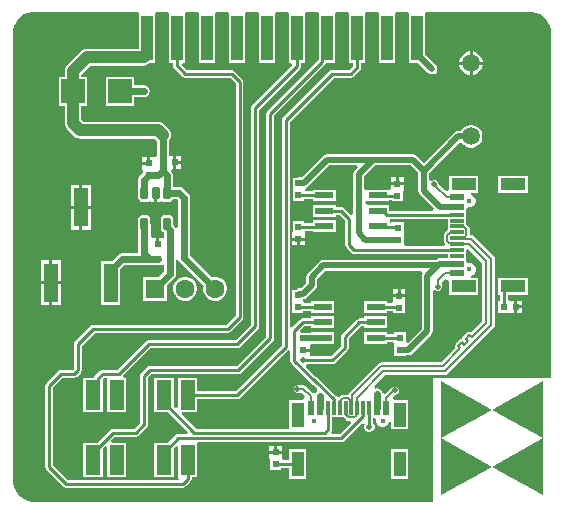
<source format=gtl>
G04*
G04 #@! TF.GenerationSoftware,Altium Limited,Altium Designer,24.10.1 (45)*
G04*
G04 Layer_Physical_Order=1*
G04 Layer_Color=255*
%FSLAX44Y44*%
%MOMM*%
G71*
G04*
G04 #@! TF.SameCoordinates,BF3B0F7F-E1BB-4F91-8F98-76733F7D73F5*
G04*
G04*
G04 #@! TF.FilePolarity,Positive*
G04*
G01*
G75*
%ADD10C,0.2540*%
%ADD12C,0.2500*%
%ADD18R,0.5500X0.5500*%
%ADD19R,1.2446X2.5000*%
%ADD20R,2.0000X2.0000*%
%ADD21R,0.3000X1.1500*%
%ADD22R,0.6000X1.1500*%
%ADD23R,1.1500X0.3000*%
%ADD24R,1.1500X0.6000*%
%ADD25R,0.5500X0.5500*%
%ADD26R,1.0000X3.7000*%
%ADD27R,1.1900X3.3000*%
%ADD28R,1.5000X0.6000*%
G04:AMPARAMS|DCode=29|XSize=0.6mm|YSize=1.1mm|CornerRadius=0.15mm|HoleSize=0mm|Usage=FLASHONLY|Rotation=0.000|XOffset=0mm|YOffset=0mm|HoleType=Round|Shape=RoundedRectangle|*
%AMROUNDEDRECTD29*
21,1,0.6000,0.8000,0,0,0.0*
21,1,0.3000,1.1000,0,0,0.0*
1,1,0.3000,0.1500,-0.4000*
1,1,0.3000,-0.1500,-0.4000*
1,1,0.3000,-0.1500,0.4000*
1,1,0.3000,0.1500,0.4000*
%
%ADD29ROUNDEDRECTD29*%
%ADD46C,0.5000*%
%ADD47C,0.5900*%
%ADD48C,0.6000*%
%ADD49C,0.2040*%
%ADD50C,1.0000*%
%ADD51C,0.1966*%
%ADD52R,1.0000X2.1000*%
%ADD53C,0.4000*%
%ADD54R,2.1000X1.0000*%
%ADD55R,1.6000X1.6000*%
%ADD56C,1.6000*%
%ADD57C,1.5000*%
%ADD58C,0.5000*%
G36*
X457078Y381741D02*
X460247Y380429D01*
X463098Y378524D01*
X465523Y376098D01*
X467429Y373247D01*
X468741Y370078D01*
X469410Y366715D01*
Y365000D01*
Y72000D01*
X370000D01*
Y-32410D01*
X30285D01*
X26922Y-31741D01*
X23753Y-30429D01*
X20902Y-28523D01*
X18476Y-26098D01*
X16571Y-23247D01*
X15259Y-20078D01*
X14590Y-16715D01*
Y-15000D01*
Y365000D01*
Y366715D01*
X15259Y370078D01*
X16571Y373247D01*
X18476Y376098D01*
X20902Y378524D01*
X23753Y380429D01*
X26922Y381741D01*
X30285Y382410D01*
X120151D01*
X120560Y380540D01*
X120560Y380370D01*
Y360462D01*
X120499Y360000D01*
Y351101D01*
X77000D01*
X75162Y350859D01*
X73450Y350149D01*
X71979Y349021D01*
X59979Y337021D01*
X58851Y335550D01*
X58141Y333838D01*
X57899Y332000D01*
Y327040D01*
X52960D01*
Y302960D01*
X57899D01*
Y288000D01*
X58141Y286162D01*
X58851Y284450D01*
X59979Y282979D01*
X65979Y276979D01*
X67450Y275851D01*
X69162Y275141D01*
X71000Y274899D01*
X71000Y274899D01*
X134059D01*
X135781Y273177D01*
Y260695D01*
X134290Y259370D01*
X130270D01*
Y254080D01*
X129000D01*
Y252810D01*
X123710D01*
Y248790D01*
X124210Y248710D01*
Y246397D01*
X121866Y244054D01*
X120752Y242386D01*
X120361Y240420D01*
Y229000D01*
X120391Y228852D01*
Y225000D01*
X120665Y223619D01*
X121448Y222448D01*
X122619Y221665D01*
X124000Y221391D01*
X127000D01*
X128381Y221665D01*
X129552Y222448D01*
X131401Y221543D01*
X131924Y221194D01*
X133500Y220881D01*
X133730D01*
Y229000D01*
X136270D01*
Y220881D01*
X136500D01*
X138076Y221194D01*
X138599Y221543D01*
X140448Y222448D01*
X141619Y221665D01*
X143000Y221391D01*
X146000D01*
X147381Y221665D01*
X148552Y222448D01*
X149335Y223619D01*
X149383Y223861D01*
X152872D01*
X153861Y222871D01*
Y199995D01*
X151828Y199762D01*
X150714Y201429D01*
X149639Y202504D01*
Y203000D01*
X149609Y203148D01*
Y207000D01*
X149335Y208381D01*
X148552Y209552D01*
X147381Y210335D01*
X146000Y210609D01*
X143000D01*
X141619Y210335D01*
X140448Y209552D01*
X139665Y208381D01*
X139391Y207000D01*
Y203148D01*
X139361Y203000D01*
Y200375D01*
X139391Y200228D01*
Y199000D01*
X139665Y197619D01*
X140448Y196448D01*
X141619Y195665D01*
X141941Y195601D01*
Y190790D01*
X138190D01*
Y185500D01*
X135650D01*
Y190790D01*
X131630D01*
X130639Y192419D01*
Y203000D01*
X130609Y203148D01*
Y207000D01*
X130335Y208381D01*
X129552Y209552D01*
X128381Y210335D01*
X127000Y210609D01*
X124000D01*
X122619Y210335D01*
X121448Y209552D01*
X120665Y208381D01*
X120391Y207000D01*
Y203148D01*
X120361Y203000D01*
Y178139D01*
X106450D01*
X104483Y177748D01*
X102816Y176634D01*
X97723Y171540D01*
X89010D01*
Y134460D01*
X104990D01*
Y164273D01*
X108579Y167861D01*
X136920D01*
X136920Y167861D01*
X138673Y168210D01*
X141710D01*
X141941Y166266D01*
Y162708D01*
X137273Y158040D01*
X124460D01*
Y137960D01*
X144540D01*
Y150773D01*
X150714Y156946D01*
X151828Y158614D01*
X152219Y160580D01*
Y172101D01*
X154252Y172333D01*
X155366Y170666D01*
X175567Y150466D01*
X175260Y149322D01*
Y146678D01*
X175944Y144125D01*
X177266Y141835D01*
X179135Y139966D01*
X181425Y138644D01*
X183978Y137960D01*
X186622D01*
X189175Y138644D01*
X191465Y139966D01*
X193334Y141835D01*
X194656Y144125D01*
X195340Y146678D01*
Y149322D01*
X194656Y151875D01*
X193334Y154165D01*
X191465Y156034D01*
X189175Y157356D01*
X186622Y158040D01*
X183978D01*
X182834Y157733D01*
X164139Y176429D01*
Y225000D01*
X163748Y226966D01*
X162634Y228634D01*
X158634Y232634D01*
X156967Y233748D01*
X155000Y234139D01*
X149639D01*
Y244340D01*
X149248Y246306D01*
X148336Y247670D01*
X148927Y249710D01*
X149810D01*
Y255000D01*
Y260290D01*
X146059D01*
Y273213D01*
X147069Y274530D01*
X147779Y276242D01*
X148021Y278080D01*
X147779Y279918D01*
X147069Y281630D01*
X145941Y283101D01*
X142021Y287021D01*
X140550Y288149D01*
X138838Y288859D01*
X137000Y289101D01*
X73941D01*
X72101Y290941D01*
Y302960D01*
X77040D01*
Y327040D01*
X72152D01*
X72122Y329080D01*
X79941Y336899D01*
X125100D01*
X126938Y337141D01*
X128650Y337851D01*
X130121Y338979D01*
X130602Y339460D01*
X134640D01*
Y346039D01*
X134701Y346500D01*
Y360000D01*
X134640Y360462D01*
Y380370D01*
X134640Y380540D01*
X135049Y382410D01*
X145551D01*
X145960Y380540D01*
X145960Y380370D01*
Y339460D01*
X149646D01*
Y337000D01*
X149901Y335716D01*
X150628Y334628D01*
X157628Y327628D01*
X158716Y326901D01*
X160000Y326646D01*
X197902D01*
X202645Y321902D01*
Y125389D01*
X194611Y117354D01*
X82000D01*
X80716Y117099D01*
X79628Y116372D01*
X66628Y103372D01*
X65901Y102284D01*
X65645Y101000D01*
Y80389D01*
X64611Y79355D01*
X55000D01*
X53716Y79099D01*
X52628Y78372D01*
X42628Y68372D01*
X41901Y67284D01*
X41646Y66000D01*
Y-3000D01*
X41901Y-4284D01*
X42628Y-5372D01*
X56628Y-19372D01*
X57716Y-20099D01*
X59000Y-20354D01*
X158000D01*
X159284Y-20099D01*
X160372Y-19372D01*
X164372Y-15372D01*
X165099Y-14284D01*
X165354Y-13000D01*
Y-11544D01*
X170263D01*
Y17536D01*
X172075Y18086D01*
X292093D01*
X293377Y18341D01*
X294465Y19068D01*
X309208Y33811D01*
X311997Y33735D01*
X312151Y33572D01*
X311460Y31903D01*
Y30097D01*
X312151Y28428D01*
X313428Y27151D01*
X315097Y26460D01*
X316903D01*
X318572Y27151D01*
X319849Y28428D01*
X320540Y30097D01*
Y31903D01*
X319849Y33572D01*
X319175Y34246D01*
Y38116D01*
X320194Y38426D01*
X320662Y38133D01*
X321910Y36868D01*
Y35248D01*
X322715Y33303D01*
X324203Y31815D01*
X326148Y31010D01*
X328252D01*
X330196Y31815D01*
X331685Y33303D01*
X332490Y35248D01*
X334460Y35079D01*
Y28760D01*
X348540D01*
Y53840D01*
X337144D01*
X335840Y55340D01*
X336549Y57136D01*
X338365Y58953D01*
X339194Y59118D01*
X340206Y59794D01*
X340882Y60806D01*
X341120Y62000D01*
X340882Y63194D01*
X340206Y64206D01*
X339194Y64882D01*
X338000Y65120D01*
X337000D01*
X335806Y64882D01*
X334794Y64206D01*
X329387Y58799D01*
X329156Y58787D01*
X327224Y59522D01*
X327001Y60647D01*
X325898Y62298D01*
X324247Y63401D01*
X322300Y63788D01*
X320472Y63424D01*
X320346Y63513D01*
X319572Y65409D01*
X329081Y74918D01*
X379866D01*
X381046Y75152D01*
X382046Y75820D01*
X421432Y115207D01*
X422101Y116207D01*
X422335Y117387D01*
Y173206D01*
X422101Y174385D01*
X421432Y175385D01*
X404185Y192633D01*
X403185Y193301D01*
X402006Y193535D01*
X401035D01*
Y198133D01*
X400801Y199313D01*
X400132Y200313D01*
X398083Y202362D01*
X397740Y202591D01*
Y215764D01*
X399436Y216898D01*
X399648Y216810D01*
X401752D01*
X403697Y217615D01*
X405185Y219103D01*
X405990Y221048D01*
Y223152D01*
X405185Y225096D01*
X403697Y226585D01*
X401752Y227390D01*
X401921Y229360D01*
X408240D01*
Y243440D01*
X383160D01*
Y232044D01*
X381660Y230740D01*
X379872Y231540D01*
X375173Y236239D01*
X374772Y236839D01*
X373998Y237613D01*
X373882Y238194D01*
X373206Y239206D01*
X372194Y239883D01*
X371000Y240120D01*
X369806Y239883D01*
X368794Y239206D01*
X368669Y239019D01*
X366629Y239638D01*
Y246083D01*
X391933Y271387D01*
X394359Y271143D01*
X394380Y271128D01*
X396142Y269366D01*
X398318Y268110D01*
X400744Y267460D01*
X403256D01*
X405682Y268110D01*
X407858Y269366D01*
X409634Y271142D01*
X410890Y273318D01*
X411540Y275744D01*
Y278256D01*
X410890Y280682D01*
X409634Y282858D01*
X407858Y284634D01*
X405682Y285890D01*
X403256Y286540D01*
X400744D01*
X398318Y285890D01*
X396142Y284634D01*
X394366Y282858D01*
X393595Y281522D01*
X390894D01*
X390893Y281522D01*
X389122Y281170D01*
X387620Y280167D01*
X387620Y280166D01*
X362000Y254546D01*
X356273Y260273D01*
X354771Y261277D01*
X353000Y261629D01*
X353000Y261629D01*
X280000D01*
X280000Y261629D01*
X278229Y261277D01*
X276727Y260273D01*
X276727Y260273D01*
X258792Y242339D01*
X256263D01*
X256263Y242339D01*
X254491Y241986D01*
X254379Y241911D01*
X250884D01*
Y233791D01*
X250884Y232331D01*
X250884Y230291D01*
Y222171D01*
X260464D01*
Y223546D01*
X268338D01*
Y221840D01*
X287418D01*
Y231920D01*
X268338D01*
Y230295D01*
X262147D01*
X261353Y231081D01*
X261231Y231450D01*
X262481Y233433D01*
X262481Y233433D01*
X263983Y234436D01*
X281917Y252371D01*
X305159D01*
X305940Y250486D01*
X303727Y248273D01*
X302723Y246771D01*
X302371Y245000D01*
X302371Y245000D01*
Y211258D01*
X300331Y210413D01*
X294492Y216252D01*
X293404Y216979D01*
X292120Y217234D01*
X287418D01*
Y218920D01*
X268338D01*
Y208840D01*
X287418D01*
Y210526D01*
X290730D01*
X295646Y205611D01*
Y185000D01*
X295901Y183716D01*
X296628Y182628D01*
X300928Y178328D01*
X302016Y177601D01*
X303300Y177346D01*
X382160D01*
Y173829D01*
X375200D01*
X375200Y173829D01*
X373429Y173477D01*
X372160Y172629D01*
X277000D01*
X277000Y172629D01*
X275229Y172277D01*
X273727Y171273D01*
X273727Y171273D01*
X263727Y161273D01*
X262723Y159771D01*
X262371Y158000D01*
X262371Y158000D01*
Y152917D01*
X257800Y148346D01*
X256530D01*
X254759Y147994D01*
X253569Y147199D01*
X250432D01*
Y139079D01*
X250432Y137619D01*
X250432Y135579D01*
Y127459D01*
X260012D01*
Y128961D01*
X266743D01*
Y127382D01*
X285823D01*
Y137462D01*
X266743D01*
Y135710D01*
X260329D01*
X260012Y137619D01*
X260012Y139147D01*
X261489Y139441D01*
X262990Y140444D01*
X270273Y147727D01*
X270273Y147727D01*
X271277Y149229D01*
X271629Y151000D01*
X271629Y151000D01*
Y156083D01*
X278917Y163371D01*
X360007D01*
X361097Y161331D01*
X360723Y160771D01*
X360371Y159000D01*
X360371Y159000D01*
Y113917D01*
X348793Y102339D01*
X346753Y103184D01*
Y111004D01*
X337173D01*
Y109693D01*
X330823D01*
Y111462D01*
X311743D01*
Y101382D01*
X330823D01*
Y102943D01*
X335731D01*
X337173Y101501D01*
X337173Y99384D01*
Y91264D01*
X346753D01*
Y91425D01*
X349054D01*
X349054Y91425D01*
X350825Y91777D01*
X352327Y92781D01*
X368273Y108727D01*
X368273Y108727D01*
X369277Y110229D01*
X369629Y112000D01*
X369629Y112000D01*
Y146362D01*
X371669Y146981D01*
X371794Y146794D01*
X372806Y146118D01*
X374000Y145880D01*
X375194Y146118D01*
X376206Y146794D01*
X376882Y147806D01*
X377120Y149000D01*
Y153708D01*
X379620Y156208D01*
X381660Y155660D01*
D01*
X383160Y154356D01*
Y142960D01*
X408240D01*
Y157040D01*
X401921D01*
X401752Y159010D01*
X403697Y159815D01*
X405185Y161304D01*
X405990Y163248D01*
Y165352D01*
X405185Y167297D01*
X403697Y168785D01*
X401752Y169590D01*
X399648D01*
X399436Y169502D01*
X397740Y170636D01*
Y181102D01*
X399780Y181947D01*
X411665Y170063D01*
Y120530D01*
X402425Y111290D01*
X401884Y111651D01*
X400705Y111885D01*
X399525Y111651D01*
X398525Y110982D01*
X395339Y107796D01*
X394671Y106796D01*
X394436Y105617D01*
X394332Y105513D01*
X393153Y105278D01*
X392153Y104610D01*
X388967Y101424D01*
X388298Y100424D01*
X388064Y99244D01*
X388298Y98065D01*
X388660Y97524D01*
X376723Y85588D01*
X325938D01*
X324758Y85354D01*
X323758Y84685D01*
X298868Y59795D01*
X298199Y58795D01*
X298068Y58135D01*
X293367D01*
X292187Y57901D01*
X291187Y57232D01*
X290481Y56527D01*
X287996Y56776D01*
X272645Y72128D01*
X271550Y72860D01*
X271109Y72947D01*
X262212Y81844D01*
X262572Y83651D01*
X263046Y84125D01*
X284500D01*
X285791Y84382D01*
X286886Y85114D01*
X297386Y95614D01*
X298118Y96708D01*
X298375Y98000D01*
Y105536D01*
X308886Y116047D01*
X311743D01*
Y114382D01*
X330823D01*
Y124462D01*
X311743D01*
Y122797D01*
X307488D01*
X306196Y122540D01*
X305102Y121808D01*
X292614Y109320D01*
X291882Y108226D01*
X291625Y106934D01*
Y99398D01*
X283102Y90875D01*
X265290D01*
Y94570D01*
X260000D01*
Y97110D01*
X265290D01*
Y99965D01*
X266669Y101309D01*
X267226Y101382D01*
X285823D01*
Y111462D01*
X266743D01*
Y110840D01*
X260211D01*
X259960Y110790D01*
X258448D01*
X257603Y112830D01*
X260820Y116047D01*
X266743D01*
Y114382D01*
X285823D01*
Y124462D01*
X266743D01*
Y122797D01*
X259422D01*
X258130Y122540D01*
X257036Y121808D01*
X250394Y115167D01*
X249266Y115387D01*
X248354Y115926D01*
Y289337D01*
X285663Y326646D01*
X300000D01*
X301284Y326901D01*
X302372Y327628D01*
X307772Y333028D01*
X308499Y334116D01*
X308754Y335400D01*
Y339460D01*
X312440D01*
Y380370D01*
X312440Y380540D01*
X312849Y382410D01*
X323351D01*
X323760Y380540D01*
X323760Y380370D01*
Y339460D01*
X337840D01*
Y380370D01*
X337840Y380540D01*
X338249Y382410D01*
X348751D01*
X349160Y380540D01*
X349160Y380370D01*
Y339460D01*
X356694D01*
X365427Y330727D01*
X366929Y329723D01*
X367953Y329520D01*
X368097Y329460D01*
X368253D01*
X368700Y329371D01*
X369147Y329460D01*
X369903D01*
X371572Y330151D01*
X372849Y331428D01*
X373540Y333097D01*
Y334903D01*
X372849Y336572D01*
X371572Y337849D01*
X371274Y337972D01*
X363240Y346006D01*
Y380370D01*
X363240Y380540D01*
X363649Y382410D01*
X453715D01*
X457078Y381741D01*
D02*
G37*
G36*
X357371Y246083D02*
Y231000D01*
X357371Y231000D01*
X357723Y229228D01*
X358727Y227727D01*
X370339Y216115D01*
X369790Y214075D01*
X332418D01*
Y218920D01*
X314525D01*
X312623Y220664D01*
X312623Y221506D01*
X313338Y221840D01*
X313669Y221840D01*
X332418D01*
Y223419D01*
X334958D01*
Y221917D01*
X344538D01*
Y229744D01*
X345038Y231577D01*
X345038Y233330D01*
Y235597D01*
X339748D01*
X334458D01*
Y233646D01*
X333813Y232611D01*
X332901Y231839D01*
X332418Y231920D01*
Y231920D01*
X313669D01*
X313338Y231920D01*
X311629Y232719D01*
Y243083D01*
X320917Y252371D01*
X351083D01*
X357371Y246083D01*
D02*
G37*
G36*
X382160Y197591D02*
X381817Y197362D01*
X379767Y195313D01*
X379099Y194313D01*
X378865Y193133D01*
Y188267D01*
X379099Y187087D01*
X379767Y186087D01*
X378915Y184054D01*
X346869D01*
X345046Y184579D01*
Y192699D01*
X345046Y194159D01*
X345046Y196199D01*
Y204319D01*
X335466D01*
Y204319D01*
X333426Y204014D01*
X333227Y204213D01*
X333247Y206719D01*
X333876Y207325D01*
X382160D01*
Y197591D01*
D02*
G37*
G36*
X248234Y96113D02*
X249125Y95580D01*
Y86783D01*
X249382Y85492D01*
X250114Y84397D01*
X267155Y67355D01*
X268250Y66624D01*
X268691Y66536D01*
X271857Y63370D01*
X271419Y60923D01*
X270702Y60445D01*
X270317Y59868D01*
X270000Y59700D01*
X267834Y59578D01*
X262206Y65206D01*
X261194Y65882D01*
X260000Y66120D01*
X255000D01*
X253806Y65882D01*
X252794Y65206D01*
X252118Y64194D01*
X251880Y63000D01*
X252118Y61806D01*
X252794Y60794D01*
X253806Y60118D01*
X255000Y59880D01*
X258708D01*
X261208Y57380D01*
X260760Y55340D01*
D01*
X259456Y53840D01*
X248060D01*
Y29375D01*
X169117D01*
X156920Y41571D01*
X157701Y43456D01*
X170263D01*
Y54641D01*
X203996D01*
X205280Y54897D01*
X206368Y55624D01*
X247085Y96341D01*
X248234Y96113D01*
D02*
G37*
G36*
X294137Y38917D02*
X296187Y36867D01*
X297187Y36199D01*
X298367Y35965D01*
X299208D01*
X299989Y34080D01*
X290703Y24794D01*
X284156D01*
X283468Y26834D01*
X283918Y27508D01*
X284175Y28800D01*
Y39260D01*
X293909D01*
X294137Y38917D01*
D02*
G37*
G36*
X298360Y380540D02*
X298360Y380370D01*
Y339460D01*
X302045D01*
Y336789D01*
X298611Y333354D01*
X284273D01*
X282990Y333099D01*
X281901Y332372D01*
X242628Y293099D01*
X241901Y292010D01*
X241646Y290727D01*
Y100389D01*
X202607Y61350D01*
X170263D01*
Y72536D01*
X153737D01*
Y47420D01*
X151852Y46639D01*
X150263Y48229D01*
Y72536D01*
X133737D01*
Y43456D01*
X145490D01*
X162267Y26679D01*
X161486Y24794D01*
X154167D01*
X152883Y24539D01*
X151795Y23812D01*
X145519Y17536D01*
X133737D01*
Y-11544D01*
X150263D01*
Y12792D01*
X151852Y14381D01*
X153737Y13601D01*
Y-11544D01*
X153737D01*
X154530Y-13584D01*
X154489Y-13645D01*
X60389D01*
X48355Y-1611D01*
Y64611D01*
X56389Y72646D01*
X66000D01*
X67284Y72901D01*
X68372Y73628D01*
X71372Y76628D01*
X72099Y77716D01*
X72354Y79000D01*
Y99611D01*
X83389Y110646D01*
X196000D01*
X197284Y110901D01*
X198372Y111628D01*
X208372Y121628D01*
X209099Y122716D01*
X209354Y124000D01*
Y323291D01*
X209099Y324575D01*
X208372Y325663D01*
X201663Y332372D01*
X200575Y333099D01*
X199291Y333354D01*
X161389D01*
X157324Y337420D01*
X158169Y339460D01*
X160040D01*
Y380370D01*
X160040Y380540D01*
X160449Y382410D01*
X170951D01*
X171360Y380540D01*
X171360Y380370D01*
Y339460D01*
X185440D01*
Y380370D01*
X185440Y380540D01*
X185849Y382410D01*
X196351D01*
X196760Y380540D01*
X196760Y380370D01*
Y339460D01*
X210840D01*
Y380370D01*
X210840Y380540D01*
X211249Y382410D01*
X221751D01*
X222160Y380540D01*
X222160Y380370D01*
Y339460D01*
X236240D01*
Y380370D01*
X236240Y380540D01*
X236649Y382410D01*
X247151D01*
X247560Y380540D01*
X247560Y380370D01*
Y339460D01*
X249871D01*
X250676Y337420D01*
X216628Y303372D01*
X215901Y302284D01*
X215646Y301000D01*
Y117389D01*
X202610Y104354D01*
X129000D01*
X127716Y104099D01*
X126628Y103372D01*
X102611Y79355D01*
X90000D01*
X88716Y79099D01*
X87628Y78372D01*
X83946Y74690D01*
X83219Y73602D01*
X83007Y72536D01*
X73737D01*
Y43456D01*
X90263D01*
Y71265D01*
X91697Y72517D01*
X93737Y72226D01*
X93737Y70606D01*
Y43456D01*
X110263D01*
Y72536D01*
X108165D01*
X107320Y74576D01*
X130389Y97646D01*
X204000D01*
X205284Y97901D01*
X206372Y98628D01*
X221372Y113628D01*
X222099Y114716D01*
X222354Y116000D01*
Y299611D01*
X256972Y334228D01*
X257699Y335316D01*
X257954Y336600D01*
Y339460D01*
X261640D01*
Y380370D01*
X261640Y380540D01*
X262049Y382410D01*
X272551D01*
X272960Y380540D01*
X272960Y380370D01*
Y356574D01*
X272896Y356250D01*
Y341639D01*
X229628Y298372D01*
X228901Y297284D01*
X228645Y296000D01*
Y107389D01*
X203610Y82354D01*
X130000D01*
X128716Y82099D01*
X127628Y81372D01*
X122628Y76372D01*
X121901Y75284D01*
X121646Y74000D01*
Y34390D01*
X116610Y29354D01*
X98727D01*
X97443Y29099D01*
X96355Y28372D01*
X85519Y17536D01*
X73737D01*
Y-11544D01*
X90263D01*
Y12792D01*
X91852Y14381D01*
X93737Y13601D01*
Y-11544D01*
X110263D01*
Y17536D01*
X97672D01*
X96892Y19421D01*
X100117Y22645D01*
X118000D01*
X119284Y22901D01*
X120372Y23628D01*
X127372Y30628D01*
X128099Y31716D01*
X128355Y33000D01*
Y72611D01*
X131390Y75645D01*
X205000D01*
X206284Y75901D01*
X207372Y76628D01*
X234372Y103628D01*
X235099Y104716D01*
X235354Y106000D01*
Y294611D01*
X278622Y337878D01*
X279349Y338966D01*
X279447Y339460D01*
X287040D01*
Y380370D01*
X287040Y380540D01*
X287449Y382410D01*
X297951D01*
X298360Y380540D01*
D02*
G37*
G36*
X463084Y69460D02*
Y69158D01*
Y68977D01*
Y68675D01*
Y68313D01*
Y67891D01*
Y67409D01*
Y66805D01*
Y66142D01*
Y65358D01*
Y64513D01*
Y63548D01*
Y62462D01*
Y61255D01*
Y59868D01*
Y58420D01*
Y56852D01*
Y55102D01*
Y53232D01*
Y51181D01*
Y48949D01*
Y46596D01*
Y44123D01*
Y41409D01*
Y38513D01*
Y35436D01*
Y32179D01*
Y28740D01*
Y25121D01*
Y21260D01*
Y-27000D01*
X420042Y-2870D01*
X463084Y21260D01*
X420042Y45390D01*
X463084Y69520D01*
Y69460D01*
D02*
G37*
G36*
X420042Y45390D02*
X377000Y21260D01*
X420042Y-2870D01*
X377000Y-27000D01*
Y21260D01*
Y25121D01*
Y28740D01*
Y32179D01*
Y35436D01*
Y38513D01*
Y41409D01*
Y44123D01*
Y46596D01*
Y48949D01*
Y51181D01*
Y53232D01*
Y55102D01*
Y56852D01*
Y58420D01*
Y59868D01*
Y61255D01*
Y62462D01*
Y63548D01*
Y64513D01*
Y65358D01*
Y66142D01*
Y66805D01*
Y67409D01*
Y67891D01*
Y68313D01*
Y68675D01*
Y68977D01*
Y69158D01*
Y69460D01*
Y69520D01*
X420042Y45390D01*
D02*
G37*
%LPC*%
G36*
X403322Y349040D02*
X403270D01*
Y340270D01*
X412040D01*
Y340322D01*
X411356Y342875D01*
X410034Y345165D01*
X408165Y347034D01*
X405875Y348356D01*
X403322Y349040D01*
D02*
G37*
G36*
X400730D02*
X400678D01*
X398125Y348356D01*
X395835Y347034D01*
X393966Y345165D01*
X392644Y342875D01*
X391960Y340322D01*
Y340270D01*
X400730D01*
Y349040D01*
D02*
G37*
G36*
X412040Y337730D02*
X403270D01*
Y328960D01*
X403322D01*
X405875Y329644D01*
X408165Y330966D01*
X410034Y332835D01*
X411356Y335125D01*
X412040Y337678D01*
Y337730D01*
D02*
G37*
G36*
X400730D02*
X391960D01*
Y337678D01*
X392644Y335125D01*
X393966Y332835D01*
X395835Y330966D01*
X398125Y329644D01*
X400678Y328960D01*
X400730D01*
Y337730D01*
D02*
G37*
G36*
X117040Y327040D02*
X92960D01*
Y302960D01*
X117040D01*
Y309861D01*
X125000D01*
X126966Y310252D01*
X128634Y311366D01*
X129748Y313034D01*
X130139Y315000D01*
X129748Y316966D01*
X128634Y318634D01*
X126966Y319748D01*
X125000Y320139D01*
X117040D01*
Y327040D01*
D02*
G37*
G36*
X156370Y260290D02*
X152350D01*
Y256270D01*
X156370D01*
Y260290D01*
D02*
G37*
G36*
X127730Y259370D02*
X123710D01*
Y255350D01*
X127730D01*
Y259370D01*
D02*
G37*
G36*
X156370Y253730D02*
X152350D01*
Y249710D01*
X156370D01*
Y253730D01*
D02*
G37*
G36*
X450040Y243440D02*
X424960D01*
Y229360D01*
X450040D01*
Y243440D01*
D02*
G37*
G36*
X80090Y236040D02*
X72870D01*
Y218270D01*
X80090D01*
Y236040D01*
D02*
G37*
G36*
X70330D02*
X63110D01*
Y218270D01*
X70330D01*
Y236040D01*
D02*
G37*
G36*
X287418Y205920D02*
X268338D01*
Y203897D01*
X260718D01*
Y204954D01*
X251138D01*
Y197127D01*
X250638Y195294D01*
X250638Y193541D01*
Y191274D01*
X255928D01*
X261218D01*
Y193541D01*
X261218Y195294D01*
X261669Y197147D01*
X268338D01*
Y195840D01*
X287418D01*
Y205920D01*
D02*
G37*
G36*
X80090Y215730D02*
X72870D01*
Y197960D01*
X80090D01*
Y215730D01*
D02*
G37*
G36*
X70330D02*
X63110D01*
Y197960D01*
X70330D01*
Y215730D01*
D02*
G37*
G36*
X261218Y188734D02*
X257198D01*
Y184714D01*
X261218D01*
Y188734D01*
D02*
G37*
G36*
X254658D02*
X250638D01*
Y184714D01*
X254658D01*
Y188734D01*
D02*
G37*
G36*
X54690Y172040D02*
X47470D01*
Y154270D01*
X54690D01*
Y172040D01*
D02*
G37*
G36*
X44930D02*
X37710D01*
Y154270D01*
X44930D01*
Y172040D01*
D02*
G37*
G36*
X346364Y147445D02*
X342344D01*
Y143425D01*
X346364D01*
Y147445D01*
D02*
G37*
G36*
X339804D02*
X335784D01*
Y143425D01*
X339804D01*
Y147445D01*
D02*
G37*
G36*
X161222Y158040D02*
X158578D01*
X156025Y157356D01*
X153735Y156034D01*
X151866Y154165D01*
X150544Y151875D01*
X149860Y149322D01*
Y146678D01*
X150544Y144125D01*
X151866Y141835D01*
X153735Y139966D01*
X156025Y138644D01*
X158578Y137960D01*
X161222D01*
X163775Y138644D01*
X166065Y139966D01*
X167934Y141835D01*
X169256Y144125D01*
X169940Y146678D01*
Y149322D01*
X169256Y151875D01*
X167934Y154165D01*
X166065Y156034D01*
X163775Y157356D01*
X161222Y158040D01*
D02*
G37*
G36*
X346364Y140885D02*
X341074D01*
X335784D01*
Y138618D01*
X335784Y136865D01*
X334275Y135583D01*
X330823D01*
Y137462D01*
X311743D01*
Y127382D01*
X330823D01*
Y128834D01*
X336284D01*
Y127205D01*
X345864D01*
Y135032D01*
X346364Y136865D01*
X346364Y138618D01*
Y140885D01*
D02*
G37*
G36*
X54690Y151730D02*
X47470D01*
Y133960D01*
X54690D01*
Y151730D01*
D02*
G37*
G36*
X44930D02*
X37710D01*
Y133960D01*
X44930D01*
Y151730D01*
D02*
G37*
G36*
X441270Y137790D02*
Y133770D01*
X445290D01*
Y137790D01*
X441270D01*
D02*
G37*
G36*
X445290Y131230D02*
X441270D01*
Y127210D01*
X445290D01*
Y131230D01*
D02*
G37*
G36*
X450040Y157040D02*
X424960D01*
Y142960D01*
X426465D01*
Y137290D01*
X425050D01*
Y127710D01*
X432877D01*
X434710Y127210D01*
X436463Y127210D01*
X438730D01*
Y132500D01*
Y137790D01*
X436463D01*
X434710Y137790D01*
X433215Y139105D01*
Y142960D01*
X450040D01*
Y157040D01*
D02*
G37*
G36*
X241790Y14950D02*
X237770D01*
Y10930D01*
X241790D01*
Y14950D01*
D02*
G37*
G36*
X235230D02*
X231210D01*
Y10930D01*
X235230D01*
Y14950D01*
D02*
G37*
G36*
X262140Y12040D02*
X248060D01*
Y2875D01*
X243105D01*
X241790Y4370D01*
X241790Y6123D01*
Y8390D01*
X236500D01*
X231210D01*
Y6123D01*
X231210Y4370D01*
X231710Y2537D01*
Y-5290D01*
X241290D01*
Y-3875D01*
X248060D01*
Y-13040D01*
X262140D01*
Y12040D01*
D02*
G37*
G36*
X348540D02*
X334460D01*
Y-13040D01*
X348540D01*
Y12040D01*
D02*
G37*
G36*
X345038Y242157D02*
X341018D01*
Y238137D01*
X345038D01*
Y242157D01*
D02*
G37*
G36*
X338478D02*
X334458D01*
Y238137D01*
X338478D01*
Y242157D01*
D02*
G37*
%LPD*%
D10*
X252500Y86783D02*
X269542Y69742D01*
X270258D02*
X285610Y54390D01*
Y47240D02*
Y54390D01*
X269542Y69742D02*
X270258D01*
X252500Y86783D02*
Y112500D01*
X284500Y87500D02*
X295000Y98000D01*
X260000Y87500D02*
X284500D01*
X285610Y47240D02*
X285800Y47050D01*
X259422Y119422D02*
X276283D01*
X252500Y112500D02*
X259422Y119422D01*
X295000Y98000D02*
Y106934D01*
X429840Y146270D02*
X433570Y150000D01*
X429840Y132500D02*
Y146270D01*
X433570Y150000D02*
X437500D01*
X295000Y106934D02*
X307488Y119422D01*
X330558Y210700D02*
X389950D01*
X322878Y213880D02*
X327378D01*
X330558Y210700D01*
X307488Y119422D02*
X321283D01*
X315800Y31200D02*
Y47050D01*
Y31200D02*
X316000Y31000D01*
X280800Y28800D02*
Y47050D01*
X278000Y26000D02*
X280800Y28800D01*
X167719Y26000D02*
X278000D01*
X142000Y51719D02*
X167719Y26000D01*
X142000Y51719D02*
Y57996D01*
X236500Y-500D02*
X255100D01*
X339661Y226793D02*
X339748Y226707D01*
X322965Y226793D02*
X339661D01*
X322878Y226880D02*
X322965Y226793D01*
X339580Y200205D02*
X340256Y199529D01*
X322878Y200880D02*
X323554Y200205D01*
X339580D01*
X255674Y226961D02*
X255714Y226921D01*
X277838D01*
X277878Y226880D01*
X277520Y200522D02*
X277878Y200880D01*
X256286Y200522D02*
X277520D01*
X255928Y200164D02*
X256286Y200522D01*
X255222Y132249D02*
X255309Y132336D01*
X276196D01*
X276283Y132422D01*
X321283Y106422D02*
X321387Y106318D01*
X321497Y132208D02*
X340860D01*
X321387Y106318D02*
X341859D01*
X340860Y132208D02*
X341074Y131995D01*
X341859Y106318D02*
X341963Y106214D01*
X321283Y132422D02*
X321497Y132208D01*
D12*
X232000Y296000D02*
X276250Y340250D01*
X205000Y79000D02*
X232000Y106000D01*
Y296000D01*
X245000Y290727D02*
X284273Y330000D01*
X245000Y99000D02*
Y290727D01*
X203996Y57996D02*
X245000Y99000D01*
X69000Y101000D02*
X82000Y114000D01*
X196000D02*
X206000Y124000D01*
X82000Y114000D02*
X196000D01*
X206000Y124000D02*
Y323291D01*
X160000Y330000D02*
X199291D01*
X206000Y323291D01*
X130000Y79000D02*
X205000D01*
X219000Y301000D02*
X254600Y336600D01*
X204000Y101000D02*
X219000Y116000D01*
Y301000D01*
X276250Y356250D02*
X280000Y360000D01*
X276250Y340250D02*
Y356250D01*
X254600Y336600D02*
Y360000D01*
X129000Y101000D02*
X204000D01*
X153000Y337000D02*
X160000Y330000D01*
X104000Y76000D02*
X129000Y101000D01*
X90000Y76000D02*
X104000D01*
X86318Y72318D02*
X90000Y76000D01*
X86318Y62314D02*
Y72318D01*
X82000Y57996D02*
X86318Y62314D01*
X292093Y21440D02*
X310590Y39937D01*
Y46840D02*
X310800Y47050D01*
X310590Y39937D02*
Y46840D01*
X277878Y213880D02*
X292120D01*
X299000Y185000D02*
Y207000D01*
X292120Y213880D02*
X299000Y207000D01*
Y185000D02*
X303300Y180700D01*
X389950D01*
X368700Y334000D02*
X369000D01*
X142000Y2996D02*
Y9273D01*
X154167Y21440D01*
X292093D01*
X284273Y330000D02*
X300000D01*
X305400Y335400D02*
Y360000D01*
X300000Y330000D02*
X305400Y335400D01*
X153000Y337000D02*
Y360000D01*
X69000Y79000D02*
Y101000D01*
X66000Y76000D02*
X69000Y79000D01*
X55000Y76000D02*
X66000D01*
X45000Y66000D02*
X55000Y76000D01*
X45000Y-3000D02*
Y66000D01*
X59000Y-17000D02*
X158000D01*
X45000Y-3000D02*
X59000Y-17000D01*
X158000D02*
X162000Y-13000D01*
Y2996D01*
X125000Y33000D02*
Y74000D01*
X130000Y79000D01*
X82000Y9273D02*
X98727Y26000D01*
X82000Y2996D02*
Y9273D01*
X98727Y26000D02*
X118000D01*
X125000Y33000D01*
X162000Y57996D02*
X203996D01*
X356200Y346500D02*
Y360000D01*
D18*
X151080Y255000D02*
D03*
X140920D02*
D03*
X136920Y185500D02*
D03*
X147080D02*
D03*
X136920Y173000D02*
D03*
X147080D02*
D03*
X429840Y132500D02*
D03*
X440000D02*
D03*
D19*
X102000Y57996D02*
D03*
X142000D02*
D03*
X162000D02*
D03*
X82000Y2996D02*
D03*
Y57996D02*
D03*
X102000Y2996D02*
D03*
X142000D02*
D03*
X162000D02*
D03*
D20*
X65000Y315000D02*
D03*
X105000D02*
D03*
D21*
X280800Y47050D02*
D03*
X315800D02*
D03*
X310800D02*
D03*
X305800D02*
D03*
X300800D02*
D03*
X295800D02*
D03*
X290800D02*
D03*
X285800D02*
D03*
D22*
X322300D02*
D03*
X274300D02*
D03*
X266300D02*
D03*
X330300D02*
D03*
D23*
X389950Y175700D02*
D03*
Y210700D02*
D03*
Y205700D02*
D03*
Y200700D02*
D03*
Y195700D02*
D03*
Y190700D02*
D03*
Y185700D02*
D03*
Y180700D02*
D03*
D24*
Y217200D02*
D03*
Y169200D02*
D03*
Y161200D02*
D03*
Y225200D02*
D03*
D25*
X129000Y254080D02*
D03*
Y243920D02*
D03*
X255222Y132249D02*
D03*
Y142409D02*
D03*
X341963Y106214D02*
D03*
Y96054D02*
D03*
X255674Y226961D02*
D03*
Y237121D02*
D03*
X340256Y199529D02*
D03*
Y189369D02*
D03*
X236500Y9660D02*
D03*
Y-500D02*
D03*
X260000Y106000D02*
D03*
Y95840D02*
D03*
X341074Y131995D02*
D03*
Y142155D02*
D03*
X255928Y200164D02*
D03*
Y190004D02*
D03*
X339748Y226707D02*
D03*
Y236867D02*
D03*
D26*
X356200Y360000D02*
D03*
X330800D02*
D03*
X305400D02*
D03*
X280000D02*
D03*
X254600D02*
D03*
X229200D02*
D03*
X203800D02*
D03*
X178400D02*
D03*
X153000D02*
D03*
X127600D02*
D03*
D27*
X97000Y153000D02*
D03*
X46200D02*
D03*
X71600Y217000D02*
D03*
D28*
X276283Y106422D02*
D03*
X321283D02*
D03*
Y119422D02*
D03*
X276283D02*
D03*
X321283Y132422D02*
D03*
X276283D02*
D03*
X277878Y226880D02*
D03*
X322878D02*
D03*
X277878Y213880D02*
D03*
X322878D02*
D03*
Y200880D02*
D03*
X277878D02*
D03*
D29*
X144500Y203000D02*
D03*
X125500D02*
D03*
Y229000D02*
D03*
X135000D02*
D03*
X144500D02*
D03*
D46*
X260211Y106211D02*
X276072D01*
X276283Y106422D01*
X260000Y106000D02*
X260211Y106211D01*
X341963Y96054D02*
X349054D01*
X365000Y112000D02*
Y159000D01*
X349054Y96054D02*
X365000Y112000D01*
Y159000D02*
X374000Y168000D01*
X362000Y231000D02*
X374000Y219000D01*
X362000Y231000D02*
Y248000D01*
X390893Y276893D01*
X401893D01*
X402000Y277000D01*
X353000Y257000D02*
X362000Y248000D01*
X255674Y237121D02*
X256263Y237710D01*
X260709D01*
X280000Y257000D01*
X319000D01*
X353000D01*
X307000Y195000D02*
Y245000D01*
X319000Y257000D01*
X307000Y195000D02*
X312631Y189369D01*
X340256D01*
X267000Y158000D02*
X277000Y168000D01*
X267000Y151000D02*
Y158000D01*
X259717Y143717D02*
X267000Y151000D01*
X255222Y142409D02*
X256530Y143717D01*
X259717D01*
X277000Y168000D02*
X374000D01*
X389910Y217240D02*
X389950Y217200D01*
X374000Y219000D02*
X375760Y217240D01*
X389910D01*
X356200Y346500D02*
X368700Y334000D01*
X374000Y168000D02*
X375200Y169200D01*
X389950D01*
D47*
X274300Y47050D02*
Y56847D01*
X322300Y47050D02*
Y58700D01*
D48*
X105000Y315000D02*
X125000D01*
X140920Y256000D02*
Y278080D01*
X144500Y229000D02*
Y244340D01*
X148000Y229000D02*
X155000D01*
X148000Y229000D02*
X148000Y229000D01*
X144500D02*
X144500Y229000D01*
X148000D01*
X155000Y229000D02*
X159000Y225000D01*
Y174300D02*
X185300Y148000D01*
X159000Y174300D02*
Y225000D01*
X134500Y148000D02*
X147080Y160580D01*
Y173000D01*
X130000Y173000D02*
X136920D01*
X136920Y173000D01*
X106450Y173000D02*
X130000D01*
X125500Y177500D02*
X130000Y173000D01*
X97000Y163550D02*
X106450Y173000D01*
X97000Y153000D02*
Y163550D01*
X144500Y200375D02*
X147080Y197796D01*
Y185500D02*
Y197796D01*
X144500Y200375D02*
Y203000D01*
X147080Y173000D02*
Y185500D01*
X125500Y177500D02*
Y203000D01*
X140920Y247920D02*
X144500Y244340D01*
X125500Y240420D02*
X129000Y243920D01*
X125500Y229000D02*
Y240420D01*
X129000Y243920D02*
X136920D01*
X140920Y247920D01*
Y256000D01*
D49*
X371000Y236199D02*
Y237000D01*
Y236199D02*
X372566Y234633D01*
Y234434D02*
X381800Y225200D01*
X372566Y234434D02*
Y234633D01*
X330300Y47050D02*
Y55300D01*
X337000Y62000D02*
X338000D01*
X330300Y55300D02*
X337000Y62000D01*
X374000Y149000D02*
Y155000D01*
X380200Y161200D01*
X389950D01*
X381800Y225200D02*
X389950D01*
X255000Y63000D02*
X260000D01*
X266300Y47050D02*
Y56700D01*
X260000Y63000D02*
X266300Y56700D01*
D50*
X127600Y346500D02*
Y360000D01*
X77000Y344000D02*
X125100D01*
X127600Y346500D01*
X65000Y315000D02*
Y332000D01*
X77000Y344000D01*
X71000Y282000D02*
X137000D01*
X65000Y288000D02*
Y315000D01*
Y288000D02*
X71000Y282000D01*
X137000D02*
X140920Y278080D01*
D51*
X402501Y107007D02*
X406085Y110591D01*
X400705Y108803D02*
X402501Y107007D01*
X397519Y105617D02*
X400705Y108803D01*
X397519Y105617D02*
X399315Y103821D01*
X396128Y100634D02*
X399315Y103821D01*
X394332Y102430D02*
X396128Y100634D01*
X391146Y99244D02*
X394332Y102430D01*
X391146Y99244D02*
X392942Y97448D01*
X392247Y96753D02*
X392942Y97448D01*
X406085Y110591D02*
X414747Y119253D01*
X383633Y186581D02*
X392203D01*
Y185947D02*
X400139D01*
X381947Y188267D02*
Y193133D01*
X383997Y195183D01*
X389433D01*
X389950Y195700D01*
Y190700D02*
X394200D01*
X395447Y191947D02*
X396633D01*
X397953Y193267D01*
X394200Y190700D02*
X395447Y191947D01*
X381947Y188267D02*
X383633Y186581D01*
X390467Y200183D02*
X395903D01*
X397953Y198133D01*
Y193267D02*
Y198133D01*
X389950Y200700D02*
X390467Y200183D01*
X389950Y190700D02*
X390197Y190453D01*
X402006D01*
X301047Y51053D02*
Y57615D01*
X304553Y40367D02*
Y41553D01*
X298367Y39047D02*
X303233D01*
X296317Y41097D02*
X298367Y39047D01*
X296317Y41097D02*
Y46533D01*
X295800Y47050D02*
X296317Y46533D01*
X299553Y52547D02*
X301047Y51053D01*
X299553Y52547D02*
Y53733D01*
X305553Y42553D02*
Y45430D01*
X298233Y55053D02*
X299553Y53733D01*
X293367Y55053D02*
X298233D01*
X291317Y53003D02*
X293367Y55053D01*
X304553Y41553D02*
X305553Y42553D01*
X291317Y47567D02*
Y53003D01*
X303233Y39047D02*
X304553Y40367D01*
X290800Y47050D02*
X291317Y47567D01*
X301047Y47297D02*
Y51053D01*
X419253Y117387D02*
Y173206D01*
X379866Y78000D02*
X419253Y117387D01*
X327804Y78000D02*
X379866D01*
X301047Y57615D02*
X325938Y82506D01*
X378000D01*
X392247Y96753D01*
X414747Y119253D02*
Y171339D01*
X400139Y185947D02*
X414747Y171339D01*
X305553Y55749D02*
X327804Y78000D01*
X402006Y190453D02*
X419253Y173206D01*
X305553Y47297D02*
Y55749D01*
Y47297D02*
X305800Y47050D01*
D52*
X341500Y-500D02*
D03*
X255100D02*
D03*
X341500Y41300D02*
D03*
X255100D02*
D03*
D53*
X269400Y36300D02*
D03*
X327200D02*
D03*
X400700Y164300D02*
D03*
Y222100D02*
D03*
D54*
X437500Y236400D02*
D03*
Y150000D02*
D03*
X395700Y236400D02*
D03*
Y150000D02*
D03*
D55*
X134500Y148000D02*
D03*
D56*
X159900D02*
D03*
X185300D02*
D03*
D57*
X402000Y339000D02*
D03*
Y277000D02*
D03*
D58*
X269000Y96000D02*
D03*
X274300Y56847D02*
D03*
X260000Y87500D02*
D03*
X406446Y194785D02*
D03*
X417052Y184179D02*
D03*
X425456Y171754D02*
D03*
X422655Y112017D02*
D03*
X412049Y101411D02*
D03*
X401442Y90804D02*
D03*
X390836Y80197D02*
D03*
X363408Y71797D02*
D03*
X348408D02*
D03*
X333409D02*
D03*
X294152Y34546D02*
D03*
X302260Y67600D02*
D03*
X312866Y78207D02*
D03*
X323953Y88310D02*
D03*
X338948Y88709D02*
D03*
X353948D02*
D03*
X368948D02*
D03*
X382288Y95566D02*
D03*
X391184Y107644D02*
D03*
X403262Y116540D02*
D03*
X408544Y130579D02*
D03*
Y160579D02*
D03*
X402856Y174458D02*
D03*
X375962Y187172D02*
D03*
X379061Y201849D02*
D03*
X128047Y293601D02*
D03*
X359000Y18000D02*
D03*
X24000Y-17000D02*
D03*
X102000Y-27000D02*
D03*
X150000D02*
D03*
X240000Y-26000D02*
D03*
X296000D02*
D03*
X342000Y-27000D02*
D03*
X464000Y276000D02*
D03*
X91000Y360000D02*
D03*
X19000Y27000D02*
D03*
X20000Y72000D02*
D03*
X19000Y119000D02*
D03*
Y148000D02*
D03*
X18000Y194000D02*
D03*
X19000Y232000D02*
D03*
X20000Y301000D02*
D03*
Y328000D02*
D03*
X465000Y106000D02*
D03*
X464000Y213000D02*
D03*
Y187000D02*
D03*
X421000Y356000D02*
D03*
X361000Y271000D02*
D03*
X92000Y90000D02*
D03*
X119000Y81000D02*
D03*
X466052Y336000D02*
D03*
X441052Y286000D02*
D03*
X466052Y236000D02*
D03*
Y136000D02*
D03*
X441052Y86000D02*
D03*
X316052Y336000D02*
D03*
Y236000D02*
D03*
X241052Y86000D02*
D03*
X216052Y336000D02*
D03*
X191052Y286000D02*
D03*
X216052Y36000D02*
D03*
X191052Y-14000D02*
D03*
X166052Y336000D02*
D03*
Y236000D02*
D03*
Y136000D02*
D03*
Y36000D02*
D03*
X116052Y236000D02*
D03*
X91052Y186000D02*
D03*
X116052Y136000D02*
D03*
Y36000D02*
D03*
X41052Y286000D02*
D03*
Y186000D02*
D03*
X66052Y136000D02*
D03*
X41052Y86000D02*
D03*
X66052Y36000D02*
D03*
X298000Y133000D02*
D03*
X251000Y123000D02*
D03*
Y163000D02*
D03*
X252000Y209000D02*
D03*
Y259000D02*
D03*
Y219000D02*
D03*
X226000Y276000D02*
D03*
Y162000D02*
D03*
X225000Y111000D02*
D03*
X207000Y73000D02*
D03*
X186000Y89000D02*
D03*
X131000Y107000D02*
D03*
X186000D02*
D03*
X198000Y130000D02*
D03*
X199000Y166000D02*
D03*
X239000Y245000D02*
D03*
Y192000D02*
D03*
Y173000D02*
D03*
Y145000D02*
D03*
X269000Y323000D02*
D03*
X250000D02*
D03*
X226000Y297000D02*
D03*
Y258000D02*
D03*
X224000Y88000D02*
D03*
X239000Y122000D02*
D03*
Y206000D02*
D03*
Y277000D02*
D03*
X246000Y301000D02*
D03*
X230000Y323000D02*
D03*
X212000D02*
D03*
Y268000D02*
D03*
X225000Y188000D02*
D03*
Y138000D02*
D03*
X156000Y107000D02*
D03*
X208000Y115000D02*
D03*
X108000Y101000D02*
D03*
X213000Y153000D02*
D03*
X210000Y96000D02*
D03*
X186000Y71000D02*
D03*
X125000Y315000D02*
D03*
X371000Y237000D02*
D03*
X350000D02*
D03*
X224000Y37000D02*
D03*
Y9000D02*
D03*
X338000Y62000D02*
D03*
X374000Y149000D02*
D03*
X316000Y31000D02*
D03*
X322300Y58700D02*
D03*
X369000Y334000D02*
D03*
X374000Y168000D02*
D03*
Y219000D02*
D03*
X255000Y63000D02*
D03*
M02*

</source>
